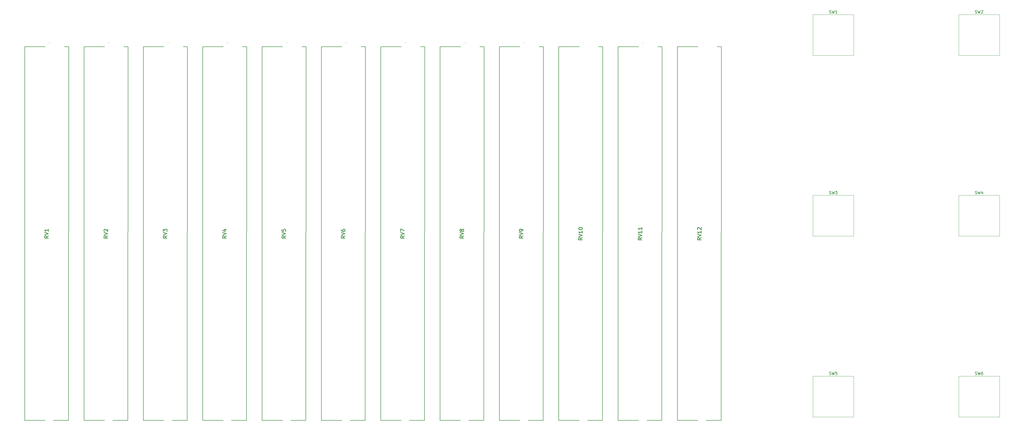
<source format=gbr>
%TF.GenerationSoftware,KiCad,Pcbnew,9.0.1*%
%TF.CreationDate,2025-07-07T17:58:15-06:00*%
%TF.ProjectId,MixDeck v1,4d697844-6563-46b2-9076-312e6b696361,rev?*%
%TF.SameCoordinates,Original*%
%TF.FileFunction,Legend,Top*%
%TF.FilePolarity,Positive*%
%FSLAX46Y46*%
G04 Gerber Fmt 4.6, Leading zero omitted, Abs format (unit mm)*
G04 Created by KiCad (PCBNEW 9.0.1) date 2025-07-07 17:58:15*
%MOMM*%
%LPD*%
G01*
G04 APERTURE LIST*
%ADD10C,0.254000*%
%ADD11C,0.150000*%
%ADD12C,0.200000*%
%ADD13C,0.100000*%
%ADD14C,0.120000*%
G04 APERTURE END LIST*
D10*
X542539254Y-285235951D02*
X541934492Y-285659285D01*
X542539254Y-285961666D02*
X541269254Y-285961666D01*
X541269254Y-285961666D02*
X541269254Y-285477856D01*
X541269254Y-285477856D02*
X541329730Y-285356904D01*
X541329730Y-285356904D02*
X541390206Y-285296427D01*
X541390206Y-285296427D02*
X541511158Y-285235951D01*
X541511158Y-285235951D02*
X541692587Y-285235951D01*
X541692587Y-285235951D02*
X541813539Y-285296427D01*
X541813539Y-285296427D02*
X541874016Y-285356904D01*
X541874016Y-285356904D02*
X541934492Y-285477856D01*
X541934492Y-285477856D02*
X541934492Y-285961666D01*
X541269254Y-284873094D02*
X542539254Y-284449761D01*
X542539254Y-284449761D02*
X541269254Y-284026427D01*
X541269254Y-283724047D02*
X541269254Y-282877380D01*
X541269254Y-282877380D02*
X542539254Y-283421666D01*
X440924191Y-285235951D02*
X440319429Y-285659285D01*
X440924191Y-285961666D02*
X439654191Y-285961666D01*
X439654191Y-285961666D02*
X439654191Y-285477856D01*
X439654191Y-285477856D02*
X439714667Y-285356904D01*
X439714667Y-285356904D02*
X439775143Y-285296427D01*
X439775143Y-285296427D02*
X439896095Y-285235951D01*
X439896095Y-285235951D02*
X440077524Y-285235951D01*
X440077524Y-285235951D02*
X440198476Y-285296427D01*
X440198476Y-285296427D02*
X440258953Y-285356904D01*
X440258953Y-285356904D02*
X440319429Y-285477856D01*
X440319429Y-285477856D02*
X440319429Y-285961666D01*
X439654191Y-284873094D02*
X440924191Y-284449761D01*
X440924191Y-284449761D02*
X439654191Y-284026427D01*
X439775143Y-283663571D02*
X439714667Y-283603095D01*
X439714667Y-283603095D02*
X439654191Y-283482142D01*
X439654191Y-283482142D02*
X439654191Y-283179761D01*
X439654191Y-283179761D02*
X439714667Y-283058809D01*
X439714667Y-283058809D02*
X439775143Y-282998333D01*
X439775143Y-282998333D02*
X439896095Y-282937856D01*
X439896095Y-282937856D02*
X440017048Y-282937856D01*
X440017048Y-282937856D02*
X440198476Y-282998333D01*
X440198476Y-282998333D02*
X440924191Y-283724047D01*
X440924191Y-283724047D02*
X440924191Y-282937856D01*
X603508293Y-285840713D02*
X602903531Y-286264047D01*
X603508293Y-286566428D02*
X602238293Y-286566428D01*
X602238293Y-286566428D02*
X602238293Y-286082618D01*
X602238293Y-286082618D02*
X602298769Y-285961666D01*
X602298769Y-285961666D02*
X602359245Y-285901189D01*
X602359245Y-285901189D02*
X602480197Y-285840713D01*
X602480197Y-285840713D02*
X602661626Y-285840713D01*
X602661626Y-285840713D02*
X602782578Y-285901189D01*
X602782578Y-285901189D02*
X602843055Y-285961666D01*
X602843055Y-285961666D02*
X602903531Y-286082618D01*
X602903531Y-286082618D02*
X602903531Y-286566428D01*
X602238293Y-285477856D02*
X603508293Y-285054523D01*
X603508293Y-285054523D02*
X602238293Y-284631189D01*
X603508293Y-283542618D02*
X603508293Y-284268333D01*
X603508293Y-283905476D02*
X602238293Y-283905476D01*
X602238293Y-283905476D02*
X602419721Y-284026428D01*
X602419721Y-284026428D02*
X602540674Y-284147380D01*
X602540674Y-284147380D02*
X602601150Y-284268333D01*
X602238293Y-282756428D02*
X602238293Y-282635475D01*
X602238293Y-282635475D02*
X602298769Y-282514523D01*
X602298769Y-282514523D02*
X602359245Y-282454047D01*
X602359245Y-282454047D02*
X602480197Y-282393571D01*
X602480197Y-282393571D02*
X602722102Y-282333094D01*
X602722102Y-282333094D02*
X603024483Y-282333094D01*
X603024483Y-282333094D02*
X603266388Y-282393571D01*
X603266388Y-282393571D02*
X603387340Y-282454047D01*
X603387340Y-282454047D02*
X603447817Y-282514523D01*
X603447817Y-282514523D02*
X603508293Y-282635475D01*
X603508293Y-282635475D02*
X603508293Y-282756428D01*
X603508293Y-282756428D02*
X603447817Y-282877380D01*
X603447817Y-282877380D02*
X603387340Y-282937856D01*
X603387340Y-282937856D02*
X603266388Y-282998333D01*
X603266388Y-282998333D02*
X603024483Y-283058809D01*
X603024483Y-283058809D02*
X602722102Y-283058809D01*
X602722102Y-283058809D02*
X602480197Y-282998333D01*
X602480197Y-282998333D02*
X602359245Y-282937856D01*
X602359245Y-282937856D02*
X602298769Y-282877380D01*
X602298769Y-282877380D02*
X602238293Y-282756428D01*
D11*
X738046667Y-208963200D02*
X738189524Y-209010819D01*
X738189524Y-209010819D02*
X738427619Y-209010819D01*
X738427619Y-209010819D02*
X738522857Y-208963200D01*
X738522857Y-208963200D02*
X738570476Y-208915580D01*
X738570476Y-208915580D02*
X738618095Y-208820342D01*
X738618095Y-208820342D02*
X738618095Y-208725104D01*
X738618095Y-208725104D02*
X738570476Y-208629866D01*
X738570476Y-208629866D02*
X738522857Y-208582247D01*
X738522857Y-208582247D02*
X738427619Y-208534628D01*
X738427619Y-208534628D02*
X738237143Y-208487009D01*
X738237143Y-208487009D02*
X738141905Y-208439390D01*
X738141905Y-208439390D02*
X738094286Y-208391771D01*
X738094286Y-208391771D02*
X738046667Y-208296533D01*
X738046667Y-208296533D02*
X738046667Y-208201295D01*
X738046667Y-208201295D02*
X738094286Y-208106057D01*
X738094286Y-208106057D02*
X738141905Y-208058438D01*
X738141905Y-208058438D02*
X738237143Y-208010819D01*
X738237143Y-208010819D02*
X738475238Y-208010819D01*
X738475238Y-208010819D02*
X738618095Y-208058438D01*
X738951429Y-208010819D02*
X739189524Y-209010819D01*
X739189524Y-209010819D02*
X739380000Y-208296533D01*
X739380000Y-208296533D02*
X739570476Y-209010819D01*
X739570476Y-209010819D02*
X739808572Y-208010819D01*
X740141905Y-208106057D02*
X740189524Y-208058438D01*
X740189524Y-208058438D02*
X740284762Y-208010819D01*
X740284762Y-208010819D02*
X740522857Y-208010819D01*
X740522857Y-208010819D02*
X740618095Y-208058438D01*
X740618095Y-208058438D02*
X740665714Y-208106057D01*
X740665714Y-208106057D02*
X740713333Y-208201295D01*
X740713333Y-208201295D02*
X740713333Y-208296533D01*
X740713333Y-208296533D02*
X740665714Y-208439390D01*
X740665714Y-208439390D02*
X740094286Y-209010819D01*
X740094286Y-209010819D02*
X740713333Y-209010819D01*
X738046667Y-332803200D02*
X738189524Y-332850819D01*
X738189524Y-332850819D02*
X738427619Y-332850819D01*
X738427619Y-332850819D02*
X738522857Y-332803200D01*
X738522857Y-332803200D02*
X738570476Y-332755580D01*
X738570476Y-332755580D02*
X738618095Y-332660342D01*
X738618095Y-332660342D02*
X738618095Y-332565104D01*
X738618095Y-332565104D02*
X738570476Y-332469866D01*
X738570476Y-332469866D02*
X738522857Y-332422247D01*
X738522857Y-332422247D02*
X738427619Y-332374628D01*
X738427619Y-332374628D02*
X738237143Y-332327009D01*
X738237143Y-332327009D02*
X738141905Y-332279390D01*
X738141905Y-332279390D02*
X738094286Y-332231771D01*
X738094286Y-332231771D02*
X738046667Y-332136533D01*
X738046667Y-332136533D02*
X738046667Y-332041295D01*
X738046667Y-332041295D02*
X738094286Y-331946057D01*
X738094286Y-331946057D02*
X738141905Y-331898438D01*
X738141905Y-331898438D02*
X738237143Y-331850819D01*
X738237143Y-331850819D02*
X738475238Y-331850819D01*
X738475238Y-331850819D02*
X738618095Y-331898438D01*
X738951429Y-331850819D02*
X739189524Y-332850819D01*
X739189524Y-332850819D02*
X739380000Y-332136533D01*
X739380000Y-332136533D02*
X739570476Y-332850819D01*
X739570476Y-332850819D02*
X739808572Y-331850819D01*
X740618095Y-331850819D02*
X740427619Y-331850819D01*
X740427619Y-331850819D02*
X740332381Y-331898438D01*
X740332381Y-331898438D02*
X740284762Y-331946057D01*
X740284762Y-331946057D02*
X740189524Y-332088914D01*
X740189524Y-332088914D02*
X740141905Y-332279390D01*
X740141905Y-332279390D02*
X740141905Y-332660342D01*
X740141905Y-332660342D02*
X740189524Y-332755580D01*
X740189524Y-332755580D02*
X740237143Y-332803200D01*
X740237143Y-332803200D02*
X740332381Y-332850819D01*
X740332381Y-332850819D02*
X740522857Y-332850819D01*
X740522857Y-332850819D02*
X740618095Y-332803200D01*
X740618095Y-332803200D02*
X740665714Y-332755580D01*
X740665714Y-332755580D02*
X740713333Y-332660342D01*
X740713333Y-332660342D02*
X740713333Y-332422247D01*
X740713333Y-332422247D02*
X740665714Y-332327009D01*
X740665714Y-332327009D02*
X740618095Y-332279390D01*
X740618095Y-332279390D02*
X740522857Y-332231771D01*
X740522857Y-332231771D02*
X740332381Y-332231771D01*
X740332381Y-332231771D02*
X740237143Y-332279390D01*
X740237143Y-332279390D02*
X740189524Y-332327009D01*
X740189524Y-332327009D02*
X740141905Y-332422247D01*
D10*
X583185280Y-285235951D02*
X582580518Y-285659285D01*
X583185280Y-285961666D02*
X581915280Y-285961666D01*
X581915280Y-285961666D02*
X581915280Y-285477856D01*
X581915280Y-285477856D02*
X581975756Y-285356904D01*
X581975756Y-285356904D02*
X582036232Y-285296427D01*
X582036232Y-285296427D02*
X582157184Y-285235951D01*
X582157184Y-285235951D02*
X582338613Y-285235951D01*
X582338613Y-285235951D02*
X582459565Y-285296427D01*
X582459565Y-285296427D02*
X582520042Y-285356904D01*
X582520042Y-285356904D02*
X582580518Y-285477856D01*
X582580518Y-285477856D02*
X582580518Y-285961666D01*
X581915280Y-284873094D02*
X583185280Y-284449761D01*
X583185280Y-284449761D02*
X581915280Y-284026427D01*
X583185280Y-283542618D02*
X583185280Y-283300714D01*
X583185280Y-283300714D02*
X583124804Y-283179761D01*
X583124804Y-283179761D02*
X583064327Y-283119285D01*
X583064327Y-283119285D02*
X582882899Y-282998333D01*
X582882899Y-282998333D02*
X582640994Y-282937856D01*
X582640994Y-282937856D02*
X582157184Y-282937856D01*
X582157184Y-282937856D02*
X582036232Y-282998333D01*
X582036232Y-282998333D02*
X581975756Y-283058809D01*
X581975756Y-283058809D02*
X581915280Y-283179761D01*
X581915280Y-283179761D02*
X581915280Y-283421666D01*
X581915280Y-283421666D02*
X581975756Y-283542618D01*
X581975756Y-283542618D02*
X582036232Y-283603095D01*
X582036232Y-283603095D02*
X582157184Y-283663571D01*
X582157184Y-283663571D02*
X582459565Y-283663571D01*
X582459565Y-283663571D02*
X582580518Y-283603095D01*
X582580518Y-283603095D02*
X582640994Y-283542618D01*
X582640994Y-283542618D02*
X582701470Y-283421666D01*
X582701470Y-283421666D02*
X582701470Y-283179761D01*
X582701470Y-283179761D02*
X582640994Y-283058809D01*
X582640994Y-283058809D02*
X582580518Y-282998333D01*
X582580518Y-282998333D02*
X582459565Y-282937856D01*
X420601178Y-285235951D02*
X419996416Y-285659285D01*
X420601178Y-285961666D02*
X419331178Y-285961666D01*
X419331178Y-285961666D02*
X419331178Y-285477856D01*
X419331178Y-285477856D02*
X419391654Y-285356904D01*
X419391654Y-285356904D02*
X419452130Y-285296427D01*
X419452130Y-285296427D02*
X419573082Y-285235951D01*
X419573082Y-285235951D02*
X419754511Y-285235951D01*
X419754511Y-285235951D02*
X419875463Y-285296427D01*
X419875463Y-285296427D02*
X419935940Y-285356904D01*
X419935940Y-285356904D02*
X419996416Y-285477856D01*
X419996416Y-285477856D02*
X419996416Y-285961666D01*
X419331178Y-284873094D02*
X420601178Y-284449761D01*
X420601178Y-284449761D02*
X419331178Y-284026427D01*
X420601178Y-282937856D02*
X420601178Y-283663571D01*
X420601178Y-283300714D02*
X419331178Y-283300714D01*
X419331178Y-283300714D02*
X419512606Y-283421666D01*
X419512606Y-283421666D02*
X419633559Y-283542618D01*
X419633559Y-283542618D02*
X419694035Y-283663571D01*
X562862267Y-285235951D02*
X562257505Y-285659285D01*
X562862267Y-285961666D02*
X561592267Y-285961666D01*
X561592267Y-285961666D02*
X561592267Y-285477856D01*
X561592267Y-285477856D02*
X561652743Y-285356904D01*
X561652743Y-285356904D02*
X561713219Y-285296427D01*
X561713219Y-285296427D02*
X561834171Y-285235951D01*
X561834171Y-285235951D02*
X562015600Y-285235951D01*
X562015600Y-285235951D02*
X562136552Y-285296427D01*
X562136552Y-285296427D02*
X562197029Y-285356904D01*
X562197029Y-285356904D02*
X562257505Y-285477856D01*
X562257505Y-285477856D02*
X562257505Y-285961666D01*
X561592267Y-284873094D02*
X562862267Y-284449761D01*
X562862267Y-284449761D02*
X561592267Y-284026427D01*
X562136552Y-283421666D02*
X562076076Y-283542618D01*
X562076076Y-283542618D02*
X562015600Y-283603095D01*
X562015600Y-283603095D02*
X561894648Y-283663571D01*
X561894648Y-283663571D02*
X561834171Y-283663571D01*
X561834171Y-283663571D02*
X561713219Y-283603095D01*
X561713219Y-283603095D02*
X561652743Y-283542618D01*
X561652743Y-283542618D02*
X561592267Y-283421666D01*
X561592267Y-283421666D02*
X561592267Y-283179761D01*
X561592267Y-283179761D02*
X561652743Y-283058809D01*
X561652743Y-283058809D02*
X561713219Y-282998333D01*
X561713219Y-282998333D02*
X561834171Y-282937856D01*
X561834171Y-282937856D02*
X561894648Y-282937856D01*
X561894648Y-282937856D02*
X562015600Y-282998333D01*
X562015600Y-282998333D02*
X562076076Y-283058809D01*
X562076076Y-283058809D02*
X562136552Y-283179761D01*
X562136552Y-283179761D02*
X562136552Y-283421666D01*
X562136552Y-283421666D02*
X562197029Y-283542618D01*
X562197029Y-283542618D02*
X562257505Y-283603095D01*
X562257505Y-283603095D02*
X562378457Y-283663571D01*
X562378457Y-283663571D02*
X562620362Y-283663571D01*
X562620362Y-283663571D02*
X562741314Y-283603095D01*
X562741314Y-283603095D02*
X562801791Y-283542618D01*
X562801791Y-283542618D02*
X562862267Y-283421666D01*
X562862267Y-283421666D02*
X562862267Y-283179761D01*
X562862267Y-283179761D02*
X562801791Y-283058809D01*
X562801791Y-283058809D02*
X562741314Y-282998333D01*
X562741314Y-282998333D02*
X562620362Y-282937856D01*
X562620362Y-282937856D02*
X562378457Y-282937856D01*
X562378457Y-282937856D02*
X562257505Y-282998333D01*
X562257505Y-282998333D02*
X562197029Y-283058809D01*
X562197029Y-283058809D02*
X562136552Y-283179761D01*
X522216242Y-285235951D02*
X521611480Y-285659285D01*
X522216242Y-285961666D02*
X520946242Y-285961666D01*
X520946242Y-285961666D02*
X520946242Y-285477856D01*
X520946242Y-285477856D02*
X521006718Y-285356904D01*
X521006718Y-285356904D02*
X521067194Y-285296427D01*
X521067194Y-285296427D02*
X521188146Y-285235951D01*
X521188146Y-285235951D02*
X521369575Y-285235951D01*
X521369575Y-285235951D02*
X521490527Y-285296427D01*
X521490527Y-285296427D02*
X521551004Y-285356904D01*
X521551004Y-285356904D02*
X521611480Y-285477856D01*
X521611480Y-285477856D02*
X521611480Y-285961666D01*
X520946242Y-284873094D02*
X522216242Y-284449761D01*
X522216242Y-284449761D02*
X520946242Y-284026427D01*
X520946242Y-283058809D02*
X520946242Y-283300714D01*
X520946242Y-283300714D02*
X521006718Y-283421666D01*
X521006718Y-283421666D02*
X521067194Y-283482142D01*
X521067194Y-283482142D02*
X521248623Y-283603095D01*
X521248623Y-283603095D02*
X521490527Y-283663571D01*
X521490527Y-283663571D02*
X521974337Y-283663571D01*
X521974337Y-283663571D02*
X522095289Y-283603095D01*
X522095289Y-283603095D02*
X522155766Y-283542618D01*
X522155766Y-283542618D02*
X522216242Y-283421666D01*
X522216242Y-283421666D02*
X522216242Y-283179761D01*
X522216242Y-283179761D02*
X522155766Y-283058809D01*
X522155766Y-283058809D02*
X522095289Y-282998333D01*
X522095289Y-282998333D02*
X521974337Y-282937856D01*
X521974337Y-282937856D02*
X521671956Y-282937856D01*
X521671956Y-282937856D02*
X521551004Y-282998333D01*
X521551004Y-282998333D02*
X521490527Y-283058809D01*
X521490527Y-283058809D02*
X521430051Y-283179761D01*
X521430051Y-283179761D02*
X521430051Y-283421666D01*
X521430051Y-283421666D02*
X521490527Y-283542618D01*
X521490527Y-283542618D02*
X521551004Y-283603095D01*
X521551004Y-283603095D02*
X521671956Y-283663571D01*
X644154318Y-285840713D02*
X643549556Y-286264047D01*
X644154318Y-286566428D02*
X642884318Y-286566428D01*
X642884318Y-286566428D02*
X642884318Y-286082618D01*
X642884318Y-286082618D02*
X642944794Y-285961666D01*
X642944794Y-285961666D02*
X643005270Y-285901189D01*
X643005270Y-285901189D02*
X643126222Y-285840713D01*
X643126222Y-285840713D02*
X643307651Y-285840713D01*
X643307651Y-285840713D02*
X643428603Y-285901189D01*
X643428603Y-285901189D02*
X643489080Y-285961666D01*
X643489080Y-285961666D02*
X643549556Y-286082618D01*
X643549556Y-286082618D02*
X643549556Y-286566428D01*
X642884318Y-285477856D02*
X644154318Y-285054523D01*
X644154318Y-285054523D02*
X642884318Y-284631189D01*
X644154318Y-283542618D02*
X644154318Y-284268333D01*
X644154318Y-283905476D02*
X642884318Y-283905476D01*
X642884318Y-283905476D02*
X643065746Y-284026428D01*
X643065746Y-284026428D02*
X643186699Y-284147380D01*
X643186699Y-284147380D02*
X643247175Y-284268333D01*
X643005270Y-283058809D02*
X642944794Y-282998333D01*
X642944794Y-282998333D02*
X642884318Y-282877380D01*
X642884318Y-282877380D02*
X642884318Y-282574999D01*
X642884318Y-282574999D02*
X642944794Y-282454047D01*
X642944794Y-282454047D02*
X643005270Y-282393571D01*
X643005270Y-282393571D02*
X643126222Y-282333094D01*
X643126222Y-282333094D02*
X643247175Y-282333094D01*
X643247175Y-282333094D02*
X643428603Y-282393571D01*
X643428603Y-282393571D02*
X644154318Y-283119285D01*
X644154318Y-283119285D02*
X644154318Y-282333094D01*
D11*
X688126667Y-332803200D02*
X688269524Y-332850819D01*
X688269524Y-332850819D02*
X688507619Y-332850819D01*
X688507619Y-332850819D02*
X688602857Y-332803200D01*
X688602857Y-332803200D02*
X688650476Y-332755580D01*
X688650476Y-332755580D02*
X688698095Y-332660342D01*
X688698095Y-332660342D02*
X688698095Y-332565104D01*
X688698095Y-332565104D02*
X688650476Y-332469866D01*
X688650476Y-332469866D02*
X688602857Y-332422247D01*
X688602857Y-332422247D02*
X688507619Y-332374628D01*
X688507619Y-332374628D02*
X688317143Y-332327009D01*
X688317143Y-332327009D02*
X688221905Y-332279390D01*
X688221905Y-332279390D02*
X688174286Y-332231771D01*
X688174286Y-332231771D02*
X688126667Y-332136533D01*
X688126667Y-332136533D02*
X688126667Y-332041295D01*
X688126667Y-332041295D02*
X688174286Y-331946057D01*
X688174286Y-331946057D02*
X688221905Y-331898438D01*
X688221905Y-331898438D02*
X688317143Y-331850819D01*
X688317143Y-331850819D02*
X688555238Y-331850819D01*
X688555238Y-331850819D02*
X688698095Y-331898438D01*
X689031429Y-331850819D02*
X689269524Y-332850819D01*
X689269524Y-332850819D02*
X689460000Y-332136533D01*
X689460000Y-332136533D02*
X689650476Y-332850819D01*
X689650476Y-332850819D02*
X689888572Y-331850819D01*
X690745714Y-331850819D02*
X690269524Y-331850819D01*
X690269524Y-331850819D02*
X690221905Y-332327009D01*
X690221905Y-332327009D02*
X690269524Y-332279390D01*
X690269524Y-332279390D02*
X690364762Y-332231771D01*
X690364762Y-332231771D02*
X690602857Y-332231771D01*
X690602857Y-332231771D02*
X690698095Y-332279390D01*
X690698095Y-332279390D02*
X690745714Y-332327009D01*
X690745714Y-332327009D02*
X690793333Y-332422247D01*
X690793333Y-332422247D02*
X690793333Y-332660342D01*
X690793333Y-332660342D02*
X690745714Y-332755580D01*
X690745714Y-332755580D02*
X690698095Y-332803200D01*
X690698095Y-332803200D02*
X690602857Y-332850819D01*
X690602857Y-332850819D02*
X690364762Y-332850819D01*
X690364762Y-332850819D02*
X690269524Y-332803200D01*
X690269524Y-332803200D02*
X690221905Y-332755580D01*
D10*
X501893229Y-285235951D02*
X501288467Y-285659285D01*
X501893229Y-285961666D02*
X500623229Y-285961666D01*
X500623229Y-285961666D02*
X500623229Y-285477856D01*
X500623229Y-285477856D02*
X500683705Y-285356904D01*
X500683705Y-285356904D02*
X500744181Y-285296427D01*
X500744181Y-285296427D02*
X500865133Y-285235951D01*
X500865133Y-285235951D02*
X501046562Y-285235951D01*
X501046562Y-285235951D02*
X501167514Y-285296427D01*
X501167514Y-285296427D02*
X501227991Y-285356904D01*
X501227991Y-285356904D02*
X501288467Y-285477856D01*
X501288467Y-285477856D02*
X501288467Y-285961666D01*
X500623229Y-284873094D02*
X501893229Y-284449761D01*
X501893229Y-284449761D02*
X500623229Y-284026427D01*
X500623229Y-282998333D02*
X500623229Y-283603095D01*
X500623229Y-283603095D02*
X501227991Y-283663571D01*
X501227991Y-283663571D02*
X501167514Y-283603095D01*
X501167514Y-283603095D02*
X501107038Y-283482142D01*
X501107038Y-283482142D02*
X501107038Y-283179761D01*
X501107038Y-283179761D02*
X501167514Y-283058809D01*
X501167514Y-283058809D02*
X501227991Y-282998333D01*
X501227991Y-282998333D02*
X501348943Y-282937856D01*
X501348943Y-282937856D02*
X501651324Y-282937856D01*
X501651324Y-282937856D02*
X501772276Y-282998333D01*
X501772276Y-282998333D02*
X501832753Y-283058809D01*
X501832753Y-283058809D02*
X501893229Y-283179761D01*
X501893229Y-283179761D02*
X501893229Y-283482142D01*
X501893229Y-283482142D02*
X501832753Y-283603095D01*
X501832753Y-283603095D02*
X501772276Y-283663571D01*
D11*
X688126667Y-208963200D02*
X688269524Y-209010819D01*
X688269524Y-209010819D02*
X688507619Y-209010819D01*
X688507619Y-209010819D02*
X688602857Y-208963200D01*
X688602857Y-208963200D02*
X688650476Y-208915580D01*
X688650476Y-208915580D02*
X688698095Y-208820342D01*
X688698095Y-208820342D02*
X688698095Y-208725104D01*
X688698095Y-208725104D02*
X688650476Y-208629866D01*
X688650476Y-208629866D02*
X688602857Y-208582247D01*
X688602857Y-208582247D02*
X688507619Y-208534628D01*
X688507619Y-208534628D02*
X688317143Y-208487009D01*
X688317143Y-208487009D02*
X688221905Y-208439390D01*
X688221905Y-208439390D02*
X688174286Y-208391771D01*
X688174286Y-208391771D02*
X688126667Y-208296533D01*
X688126667Y-208296533D02*
X688126667Y-208201295D01*
X688126667Y-208201295D02*
X688174286Y-208106057D01*
X688174286Y-208106057D02*
X688221905Y-208058438D01*
X688221905Y-208058438D02*
X688317143Y-208010819D01*
X688317143Y-208010819D02*
X688555238Y-208010819D01*
X688555238Y-208010819D02*
X688698095Y-208058438D01*
X689031429Y-208010819D02*
X689269524Y-209010819D01*
X689269524Y-209010819D02*
X689460000Y-208296533D01*
X689460000Y-208296533D02*
X689650476Y-209010819D01*
X689650476Y-209010819D02*
X689888572Y-208010819D01*
X690793333Y-209010819D02*
X690221905Y-209010819D01*
X690507619Y-209010819D02*
X690507619Y-208010819D01*
X690507619Y-208010819D02*
X690412381Y-208153676D01*
X690412381Y-208153676D02*
X690317143Y-208248914D01*
X690317143Y-208248914D02*
X690221905Y-208296533D01*
D10*
X481570216Y-285235951D02*
X480965454Y-285659285D01*
X481570216Y-285961666D02*
X480300216Y-285961666D01*
X480300216Y-285961666D02*
X480300216Y-285477856D01*
X480300216Y-285477856D02*
X480360692Y-285356904D01*
X480360692Y-285356904D02*
X480421168Y-285296427D01*
X480421168Y-285296427D02*
X480542120Y-285235951D01*
X480542120Y-285235951D02*
X480723549Y-285235951D01*
X480723549Y-285235951D02*
X480844501Y-285296427D01*
X480844501Y-285296427D02*
X480904978Y-285356904D01*
X480904978Y-285356904D02*
X480965454Y-285477856D01*
X480965454Y-285477856D02*
X480965454Y-285961666D01*
X480300216Y-284873094D02*
X481570216Y-284449761D01*
X481570216Y-284449761D02*
X480300216Y-284026427D01*
X480723549Y-283058809D02*
X481570216Y-283058809D01*
X480239740Y-283361190D02*
X481146882Y-283663571D01*
X481146882Y-283663571D02*
X481146882Y-282877380D01*
X461247203Y-285235951D02*
X460642441Y-285659285D01*
X461247203Y-285961666D02*
X459977203Y-285961666D01*
X459977203Y-285961666D02*
X459977203Y-285477856D01*
X459977203Y-285477856D02*
X460037679Y-285356904D01*
X460037679Y-285356904D02*
X460098155Y-285296427D01*
X460098155Y-285296427D02*
X460219107Y-285235951D01*
X460219107Y-285235951D02*
X460400536Y-285235951D01*
X460400536Y-285235951D02*
X460521488Y-285296427D01*
X460521488Y-285296427D02*
X460581965Y-285356904D01*
X460581965Y-285356904D02*
X460642441Y-285477856D01*
X460642441Y-285477856D02*
X460642441Y-285961666D01*
X459977203Y-284873094D02*
X461247203Y-284449761D01*
X461247203Y-284449761D02*
X459977203Y-284026427D01*
X459977203Y-283724047D02*
X459977203Y-282937856D01*
X459977203Y-282937856D02*
X460461012Y-283361190D01*
X460461012Y-283361190D02*
X460461012Y-283179761D01*
X460461012Y-283179761D02*
X460521488Y-283058809D01*
X460521488Y-283058809D02*
X460581965Y-282998333D01*
X460581965Y-282998333D02*
X460702917Y-282937856D01*
X460702917Y-282937856D02*
X461005298Y-282937856D01*
X461005298Y-282937856D02*
X461126250Y-282998333D01*
X461126250Y-282998333D02*
X461186727Y-283058809D01*
X461186727Y-283058809D02*
X461247203Y-283179761D01*
X461247203Y-283179761D02*
X461247203Y-283542618D01*
X461247203Y-283542618D02*
X461186727Y-283663571D01*
X461186727Y-283663571D02*
X461126250Y-283724047D01*
X623831305Y-285840713D02*
X623226543Y-286264047D01*
X623831305Y-286566428D02*
X622561305Y-286566428D01*
X622561305Y-286566428D02*
X622561305Y-286082618D01*
X622561305Y-286082618D02*
X622621781Y-285961666D01*
X622621781Y-285961666D02*
X622682257Y-285901189D01*
X622682257Y-285901189D02*
X622803209Y-285840713D01*
X622803209Y-285840713D02*
X622984638Y-285840713D01*
X622984638Y-285840713D02*
X623105590Y-285901189D01*
X623105590Y-285901189D02*
X623166067Y-285961666D01*
X623166067Y-285961666D02*
X623226543Y-286082618D01*
X623226543Y-286082618D02*
X623226543Y-286566428D01*
X622561305Y-285477856D02*
X623831305Y-285054523D01*
X623831305Y-285054523D02*
X622561305Y-284631189D01*
X623831305Y-283542618D02*
X623831305Y-284268333D01*
X623831305Y-283905476D02*
X622561305Y-283905476D01*
X622561305Y-283905476D02*
X622742733Y-284026428D01*
X622742733Y-284026428D02*
X622863686Y-284147380D01*
X622863686Y-284147380D02*
X622924162Y-284268333D01*
X623831305Y-282333094D02*
X623831305Y-283058809D01*
X623831305Y-282695952D02*
X622561305Y-282695952D01*
X622561305Y-282695952D02*
X622742733Y-282816904D01*
X622742733Y-282816904D02*
X622863686Y-282937856D01*
X622863686Y-282937856D02*
X622924162Y-283058809D01*
D11*
X688126667Y-270883200D02*
X688269524Y-270930819D01*
X688269524Y-270930819D02*
X688507619Y-270930819D01*
X688507619Y-270930819D02*
X688602857Y-270883200D01*
X688602857Y-270883200D02*
X688650476Y-270835580D01*
X688650476Y-270835580D02*
X688698095Y-270740342D01*
X688698095Y-270740342D02*
X688698095Y-270645104D01*
X688698095Y-270645104D02*
X688650476Y-270549866D01*
X688650476Y-270549866D02*
X688602857Y-270502247D01*
X688602857Y-270502247D02*
X688507619Y-270454628D01*
X688507619Y-270454628D02*
X688317143Y-270407009D01*
X688317143Y-270407009D02*
X688221905Y-270359390D01*
X688221905Y-270359390D02*
X688174286Y-270311771D01*
X688174286Y-270311771D02*
X688126667Y-270216533D01*
X688126667Y-270216533D02*
X688126667Y-270121295D01*
X688126667Y-270121295D02*
X688174286Y-270026057D01*
X688174286Y-270026057D02*
X688221905Y-269978438D01*
X688221905Y-269978438D02*
X688317143Y-269930819D01*
X688317143Y-269930819D02*
X688555238Y-269930819D01*
X688555238Y-269930819D02*
X688698095Y-269978438D01*
X689031429Y-269930819D02*
X689269524Y-270930819D01*
X689269524Y-270930819D02*
X689460000Y-270216533D01*
X689460000Y-270216533D02*
X689650476Y-270930819D01*
X689650476Y-270930819D02*
X689888572Y-269930819D01*
X690174286Y-269930819D02*
X690793333Y-269930819D01*
X690793333Y-269930819D02*
X690460000Y-270311771D01*
X690460000Y-270311771D02*
X690602857Y-270311771D01*
X690602857Y-270311771D02*
X690698095Y-270359390D01*
X690698095Y-270359390D02*
X690745714Y-270407009D01*
X690745714Y-270407009D02*
X690793333Y-270502247D01*
X690793333Y-270502247D02*
X690793333Y-270740342D01*
X690793333Y-270740342D02*
X690745714Y-270835580D01*
X690745714Y-270835580D02*
X690698095Y-270883200D01*
X690698095Y-270883200D02*
X690602857Y-270930819D01*
X690602857Y-270930819D02*
X690317143Y-270930819D01*
X690317143Y-270930819D02*
X690221905Y-270883200D01*
X690221905Y-270883200D02*
X690174286Y-270835580D01*
X738046667Y-270883200D02*
X738189524Y-270930819D01*
X738189524Y-270930819D02*
X738427619Y-270930819D01*
X738427619Y-270930819D02*
X738522857Y-270883200D01*
X738522857Y-270883200D02*
X738570476Y-270835580D01*
X738570476Y-270835580D02*
X738618095Y-270740342D01*
X738618095Y-270740342D02*
X738618095Y-270645104D01*
X738618095Y-270645104D02*
X738570476Y-270549866D01*
X738570476Y-270549866D02*
X738522857Y-270502247D01*
X738522857Y-270502247D02*
X738427619Y-270454628D01*
X738427619Y-270454628D02*
X738237143Y-270407009D01*
X738237143Y-270407009D02*
X738141905Y-270359390D01*
X738141905Y-270359390D02*
X738094286Y-270311771D01*
X738094286Y-270311771D02*
X738046667Y-270216533D01*
X738046667Y-270216533D02*
X738046667Y-270121295D01*
X738046667Y-270121295D02*
X738094286Y-270026057D01*
X738094286Y-270026057D02*
X738141905Y-269978438D01*
X738141905Y-269978438D02*
X738237143Y-269930819D01*
X738237143Y-269930819D02*
X738475238Y-269930819D01*
X738475238Y-269930819D02*
X738618095Y-269978438D01*
X738951429Y-269930819D02*
X739189524Y-270930819D01*
X739189524Y-270930819D02*
X739380000Y-270216533D01*
X739380000Y-270216533D02*
X739570476Y-270930819D01*
X739570476Y-270930819D02*
X739808572Y-269930819D01*
X740618095Y-270264152D02*
X740618095Y-270930819D01*
X740380000Y-269883200D02*
X740141905Y-270597485D01*
X740141905Y-270597485D02*
X740760952Y-270597485D01*
D12*
%TO.C,RV7*%
X534464936Y-220480000D02*
X534464936Y-348480000D01*
X534464936Y-348480000D02*
X541514936Y-348480000D01*
X541514936Y-220480000D02*
X534464936Y-220480000D01*
D13*
X542914936Y-219030000D02*
X542914936Y-219030000D01*
X542914936Y-219130000D02*
X542914936Y-219130000D01*
D12*
X544314936Y-348480000D02*
X549464936Y-348480000D01*
X549464936Y-348480000D02*
X549514936Y-220480000D01*
X549514936Y-220480000D02*
X548114936Y-220480000D01*
D13*
X542914936Y-219030000D02*
G75*
G02*
X542914936Y-219130000I0J-50000D01*
G01*
X542914936Y-219130000D02*
G75*
G02*
X542914936Y-219030000I0J50000D01*
G01*
D12*
%TO.C,RV2*%
X432849873Y-220480000D02*
X432849873Y-348480000D01*
X432849873Y-348480000D02*
X439899873Y-348480000D01*
X439899873Y-220480000D02*
X432849873Y-220480000D01*
D13*
X441299873Y-219030000D02*
X441299873Y-219030000D01*
X441299873Y-219130000D02*
X441299873Y-219130000D01*
D12*
X442699873Y-348480000D02*
X447849873Y-348480000D01*
X447849873Y-348480000D02*
X447899873Y-220480000D01*
X447899873Y-220480000D02*
X446499873Y-220480000D01*
D13*
X441299873Y-219030000D02*
G75*
G02*
X441299873Y-219130000I0J-50000D01*
G01*
X441299873Y-219130000D02*
G75*
G02*
X441299873Y-219030000I0J50000D01*
G01*
D12*
%TO.C,RV10*%
X595433975Y-220480000D02*
X595433975Y-348480000D01*
X595433975Y-348480000D02*
X602483975Y-348480000D01*
X602483975Y-220480000D02*
X595433975Y-220480000D01*
D13*
X603883975Y-219030000D02*
X603883975Y-219030000D01*
X603883975Y-219130000D02*
X603883975Y-219130000D01*
D12*
X605283975Y-348480000D02*
X610433975Y-348480000D01*
X610433975Y-348480000D02*
X610483975Y-220480000D01*
X610483975Y-220480000D02*
X609083975Y-220480000D01*
D13*
X603883975Y-219030000D02*
G75*
G02*
X603883975Y-219130000I0J-50000D01*
G01*
X603883975Y-219130000D02*
G75*
G02*
X603883975Y-219030000I0J50000D01*
G01*
D14*
%TO.C,SW2*%
X732395000Y-209445000D02*
X746365000Y-209445000D01*
X732395000Y-223415000D02*
X732395000Y-209445000D01*
X746365000Y-209445000D02*
X746365000Y-223415000D01*
X746365000Y-223415000D02*
X732395000Y-223415000D01*
%TO.C,SW6*%
X732395000Y-333285000D02*
X746365000Y-333285000D01*
X732395000Y-347255000D02*
X732395000Y-333285000D01*
X746365000Y-333285000D02*
X746365000Y-347255000D01*
X746365000Y-347255000D02*
X732395000Y-347255000D01*
D12*
%TO.C,RV9*%
X575110962Y-220480000D02*
X575110962Y-348480000D01*
X575110962Y-348480000D02*
X582160962Y-348480000D01*
X582160962Y-220480000D02*
X575110962Y-220480000D01*
D13*
X583560962Y-219030000D02*
X583560962Y-219030000D01*
X583560962Y-219130000D02*
X583560962Y-219130000D01*
D12*
X584960962Y-348480000D02*
X590110962Y-348480000D01*
X590110962Y-348480000D02*
X590160962Y-220480000D01*
X590160962Y-220480000D02*
X588760962Y-220480000D01*
D13*
X583560962Y-219030000D02*
G75*
G02*
X583560962Y-219130000I0J-50000D01*
G01*
X583560962Y-219130000D02*
G75*
G02*
X583560962Y-219030000I0J50000D01*
G01*
D12*
%TO.C,RV1*%
X412526860Y-220480000D02*
X412526860Y-348480000D01*
X412526860Y-348480000D02*
X419576860Y-348480000D01*
X419576860Y-220480000D02*
X412526860Y-220480000D01*
D13*
X420976860Y-219030000D02*
X420976860Y-219030000D01*
X420976860Y-219130000D02*
X420976860Y-219130000D01*
D12*
X422376860Y-348480000D02*
X427526860Y-348480000D01*
X427526860Y-348480000D02*
X427576860Y-220480000D01*
X427576860Y-220480000D02*
X426176860Y-220480000D01*
D13*
X420976860Y-219030000D02*
G75*
G02*
X420976860Y-219130000I0J-50000D01*
G01*
X420976860Y-219130000D02*
G75*
G02*
X420976860Y-219030000I0J50000D01*
G01*
D12*
%TO.C,RV8*%
X554787949Y-220480000D02*
X554787949Y-348480000D01*
X554787949Y-348480000D02*
X561837949Y-348480000D01*
X561837949Y-220480000D02*
X554787949Y-220480000D01*
D13*
X563237949Y-219030000D02*
X563237949Y-219030000D01*
X563237949Y-219130000D02*
X563237949Y-219130000D01*
D12*
X564637949Y-348480000D02*
X569787949Y-348480000D01*
X569787949Y-348480000D02*
X569837949Y-220480000D01*
X569837949Y-220480000D02*
X568437949Y-220480000D01*
D13*
X563237949Y-219030000D02*
G75*
G02*
X563237949Y-219130000I0J-50000D01*
G01*
X563237949Y-219130000D02*
G75*
G02*
X563237949Y-219030000I0J50000D01*
G01*
D12*
%TO.C,RV6*%
X514141924Y-220480000D02*
X514141924Y-348480000D01*
X514141924Y-348480000D02*
X521191924Y-348480000D01*
X521191924Y-220480000D02*
X514141924Y-220480000D01*
D13*
X522591924Y-219030000D02*
X522591924Y-219030000D01*
X522591924Y-219130000D02*
X522591924Y-219130000D01*
D12*
X523991924Y-348480000D02*
X529141924Y-348480000D01*
X529141924Y-348480000D02*
X529191924Y-220480000D01*
X529191924Y-220480000D02*
X527791924Y-220480000D01*
D13*
X522591924Y-219030000D02*
G75*
G02*
X522591924Y-219130000I0J-50000D01*
G01*
X522591924Y-219130000D02*
G75*
G02*
X522591924Y-219030000I0J50000D01*
G01*
D12*
%TO.C,RV12*%
X636080000Y-220480000D02*
X636080000Y-348480000D01*
X636080000Y-348480000D02*
X643130000Y-348480000D01*
X643130000Y-220480000D02*
X636080000Y-220480000D01*
D13*
X644530000Y-219030000D02*
X644530000Y-219030000D01*
X644530000Y-219130000D02*
X644530000Y-219130000D01*
D12*
X645930000Y-348480000D02*
X651080000Y-348480000D01*
X651080000Y-348480000D02*
X651130000Y-220480000D01*
X651130000Y-220480000D02*
X649730000Y-220480000D01*
D13*
X644530000Y-219030000D02*
G75*
G02*
X644530000Y-219130000I0J-50000D01*
G01*
X644530000Y-219130000D02*
G75*
G02*
X644530000Y-219030000I0J50000D01*
G01*
D14*
%TO.C,SW5*%
X682475000Y-333285000D02*
X696445000Y-333285000D01*
X682475000Y-347255000D02*
X682475000Y-333285000D01*
X696445000Y-333285000D02*
X696445000Y-347255000D01*
X696445000Y-347255000D02*
X682475000Y-347255000D01*
D12*
%TO.C,RV5*%
X493818911Y-220480000D02*
X493818911Y-348480000D01*
X493818911Y-348480000D02*
X500868911Y-348480000D01*
X500868911Y-220480000D02*
X493818911Y-220480000D01*
D13*
X502268911Y-219030000D02*
X502268911Y-219030000D01*
X502268911Y-219130000D02*
X502268911Y-219130000D01*
D12*
X503668911Y-348480000D02*
X508818911Y-348480000D01*
X508818911Y-348480000D02*
X508868911Y-220480000D01*
X508868911Y-220480000D02*
X507468911Y-220480000D01*
D13*
X502268911Y-219030000D02*
G75*
G02*
X502268911Y-219130000I0J-50000D01*
G01*
X502268911Y-219130000D02*
G75*
G02*
X502268911Y-219030000I0J50000D01*
G01*
D14*
%TO.C,SW1*%
X682475000Y-209445000D02*
X696445000Y-209445000D01*
X682475000Y-223415000D02*
X682475000Y-209445000D01*
X696445000Y-209445000D02*
X696445000Y-223415000D01*
X696445000Y-223415000D02*
X682475000Y-223415000D01*
D12*
%TO.C,RV4*%
X473495898Y-220480000D02*
X473495898Y-348480000D01*
X473495898Y-348480000D02*
X480545898Y-348480000D01*
X480545898Y-220480000D02*
X473495898Y-220480000D01*
D13*
X481945898Y-219030000D02*
X481945898Y-219030000D01*
X481945898Y-219130000D02*
X481945898Y-219130000D01*
D12*
X483345898Y-348480000D02*
X488495898Y-348480000D01*
X488495898Y-348480000D02*
X488545898Y-220480000D01*
X488545898Y-220480000D02*
X487145898Y-220480000D01*
D13*
X481945898Y-219030000D02*
G75*
G02*
X481945898Y-219130000I0J-50000D01*
G01*
X481945898Y-219130000D02*
G75*
G02*
X481945898Y-219030000I0J50000D01*
G01*
D12*
%TO.C,RV3*%
X453172885Y-220480000D02*
X453172885Y-348480000D01*
X453172885Y-348480000D02*
X460222885Y-348480000D01*
X460222885Y-220480000D02*
X453172885Y-220480000D01*
D13*
X461622885Y-219030000D02*
X461622885Y-219030000D01*
X461622885Y-219130000D02*
X461622885Y-219130000D01*
D12*
X463022885Y-348480000D02*
X468172885Y-348480000D01*
X468172885Y-348480000D02*
X468222885Y-220480000D01*
X468222885Y-220480000D02*
X466822885Y-220480000D01*
D13*
X461622885Y-219030000D02*
G75*
G02*
X461622885Y-219130000I0J-50000D01*
G01*
X461622885Y-219130000D02*
G75*
G02*
X461622885Y-219030000I0J50000D01*
G01*
D12*
%TO.C,RV11*%
X615756987Y-220480000D02*
X615756987Y-348480000D01*
X615756987Y-348480000D02*
X622806987Y-348480000D01*
X622806987Y-220480000D02*
X615756987Y-220480000D01*
D13*
X624206987Y-219030000D02*
X624206987Y-219030000D01*
X624206987Y-219130000D02*
X624206987Y-219130000D01*
D12*
X625606987Y-348480000D02*
X630756987Y-348480000D01*
X630756987Y-348480000D02*
X630806987Y-220480000D01*
X630806987Y-220480000D02*
X629406987Y-220480000D01*
D13*
X624206987Y-219030000D02*
G75*
G02*
X624206987Y-219130000I0J-50000D01*
G01*
X624206987Y-219130000D02*
G75*
G02*
X624206987Y-219030000I0J50000D01*
G01*
D14*
%TO.C,SW3*%
X682475000Y-271365000D02*
X696445000Y-271365000D01*
X682475000Y-285335000D02*
X682475000Y-271365000D01*
X696445000Y-271365000D02*
X696445000Y-285335000D01*
X696445000Y-285335000D02*
X682475000Y-285335000D01*
%TO.C,SW4*%
X732395000Y-271365000D02*
X746365000Y-271365000D01*
X732395000Y-285335000D02*
X732395000Y-271365000D01*
X746365000Y-271365000D02*
X746365000Y-285335000D01*
X746365000Y-285335000D02*
X732395000Y-285335000D01*
%TD*%
M02*

</source>
